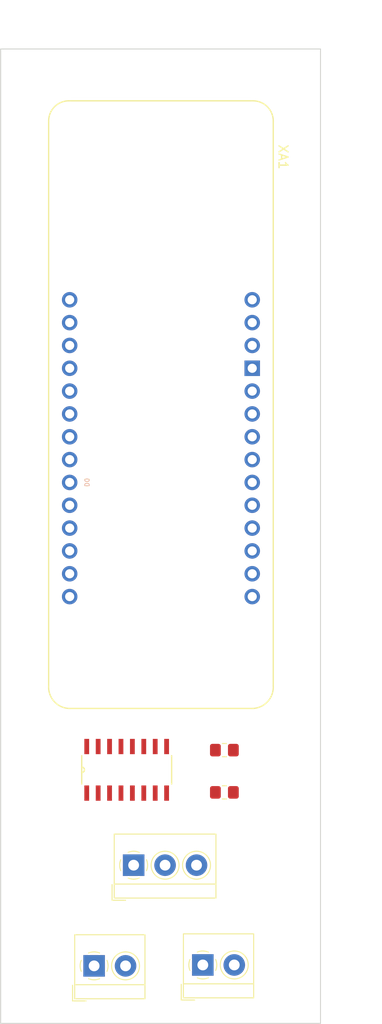
<source format=kicad_pcb>
(kicad_pcb (version 20221018) (generator pcbnew)
  (title_block (title "Turbidity Sensor PCB") (date "2023-06-26") (rev "4") (company "AU/AUD"))
  (layers (0 "F.Cu" signal) (31 "B.Cu" signal) (34 "B.Paste" user) (35 "F.Paste" user) (36 "B.SilkS" user "B.Silkscreen") (37 "F.SilkS" user "F.Silkscreen") (38 "B.Mask" user) (39 "F.Mask" user) (44 "Edge.Cuts" user))
  (net 0 "")
  (net 1 "Net-(J1-Pin_1)")
  (net 2 "Net-(J1-Pin_2)")
  (net 3 "Net-(J2-Pin_1)")
  (net 4 "Net-(J2-Pin_2)")
  (net 5 "/3.3V")
  (net 6 "/GND")
  (net 7 "/LED")
  (net 8 "/SCL")
  (net 9 "/SDA")
  (net 12 "/D6")
  (net 13 "/D7")
  (footprint "TerminalBlock_4Ucon:TerminalBlock_4Ucon_1x03_P3.50mm_Horizontal" (layer "F.Cu") (at 145.3 126.9)
    (fp_text reference "J3" hide)
    (fp_text value "Screw_Terminal_01x03" hide)
    (fp_line (start -2.4 2.16) (end -2.4 3.9) (stroke (width 0.12)) (layer "F.SilkS"))
    (fp_line (start -2.4 3.9) (end -0.9 3.9) (stroke (width 0.12)) (layer "F.SilkS"))
    (fp_line (start -2.16 -3.46) (end -2.16 3.66) (stroke (width 0.12)) (layer "F.SilkS"))
    (fp_line (start -2.16 -3.46) (end 9.16 -3.46) (stroke (width 0.12)) (layer "F.SilkS"))
    (fp_line (start -2.16 2.1) (end 9.16 2.1) (stroke (width 0.12)) (layer "F.SilkS"))
    (fp_line (start -2.16 3.66) (end 9.16 3.66) (stroke (width 0.12)) (layer "F.SilkS"))
    (fp_line (start 9.16 -3.46) (end 9.16 3.66) (stroke (width 0.12)) (layer "F.SilkS"))
    (fp_arc (start -1.432109 0.607742) (mid -1.555727 -0.00014) (end -1.432 -0.608) (stroke (width 0.12)) (layer "F.SilkS"))
    (fp_arc (start -0.607742 -1.432109) (mid 0.00014 -1.555727) (end 0.608 -1.432) (stroke (width 0.12)) (layer "F.SilkS"))
    (fp_arc (start 0.027011 1.555493) (mid -0.296984 1.527118) (end -0.608 1.432) (stroke (width 0.12)) (layer "F.SilkS"))
    (fp_arc (start 0.607587 1.431385) (mid 0.310017 1.523783) (end 0 1.555) (stroke (width 0.12)) (layer "F.SilkS"))
    (fp_arc (start 1.432109 -0.607742) (mid 1.555727 0.00014) (end 1.432 0.608) (stroke (width 0.12)) (layer "F.SilkS"))
    (fp_circle (center 3.5 0) (end 5.055 0) (stroke (width 0.12)) (fill none) (layer "F.SilkS"))
    (fp_circle (center 7 0) (end 8.555 0) (stroke (width 0.12)) (fill none) (layer "F.SilkS"))
    (pad "1" thru_hole rect (at 0 0) (size 2.4 2.4) (drill 1.2) (layers "*.Cu" "*.Mask") (net 5 "/3.3V"))
    (pad "2" thru_hole circle (at 3.5 0) (size 2.4 2.4) (drill 1.2) (layers "*.Cu" "*.Mask") (net 6 "/GND"))
    (pad "3" thru_hole circle (at 7 0) (size 2.4 2.4) (drill 1.2) (layers "*.Cu" "*.Mask") (net 7 "/LED"))
  )
  (footprint "Resistor_SMD:R_0805_2012Metric_Pad1.20x1.40mm_HandSolder" (layer "F.Cu") (at 155.4 118.8)
    (fp_text reference "R1" hide)
    (fp_text value "5.1 kΩ")
    (fp_line (start -0.227064 -0.735) (end 0.227064 -0.735) (stroke (width 0.12)) (layer "F.SilkS"))
    (fp_line (start -0.227064 0.735) (end 0.227064 0.735) (stroke (width 0.12)) (layer "F.SilkS"))
    (pad "1" smd roundrect (at -1 0) (size 1.2 1.4) (layers "F.Cu" "F.Paste" "F.Mask") (roundrect_rratio 0.208333) (net 8 "/SCL"))
    (pad "2" smd roundrect (at 1 0) (size 1.2 1.4) (layers "F.Cu" "F.Paste" "F.Mask") (roundrect_rratio 0.208333) (net 6 "/GND"))
  )
  (footprint "Resistor_SMD:R_0805_2012Metric_Pad1.20x1.40mm_HandSolder" (layer "F.Cu") (at 155.4 114.1)
    (fp_text reference "R2" hide)
    (fp_text value "5.1 kΩ")
    (fp_line (start -0.227064 -0.735) (end 0.227064 -0.735) (stroke (width 0.12)) (layer "F.SilkS"))
    (fp_line (start -0.227064 0.735) (end 0.227064 0.735) (stroke (width 0.12)) (layer "F.SilkS"))
    (pad "1" smd roundrect (at -1 0) (size 1.2 1.4) (layers "F.Cu" "F.Paste" "F.Mask") (roundrect_rratio 0.208333) (net 9 "/SDA"))
    (pad "2" smd roundrect (at 1 0) (size 1.2 1.4) (layers "F.Cu" "F.Paste" "F.Mask") (roundrect_rratio 0.208333) (net 6 "/GND"))
  )
  (footprint "Project:74HC4052D" (layer "F.Cu") (at 144.525 116.2908 90)
    (fp_text reference "U1" hide)
    (fp_text value "74HC4052D")
    (fp_line (start -1.5748 5.0038) (end 1.5748 5.0038) (stroke (width 0.1524)) (layer "F.SilkS"))
    (fp_line (start -0.3048 -5.0038) (end -1.5748 -5.0038) (stroke (width 0.1524)) (layer "F.SilkS"))
    (fp_line (start 0.3048 -5.0038) (end -0.3048 -5.0038) (stroke (width 0.1524)) (layer "F.SilkS"))
    (fp_line (start 1.5748 -5.0038) (end 0.3048 -5.0038) (stroke (width 0.1524)) (layer "F.SilkS"))
    (fp_arc (start 0.3048 -5.0038) (mid 0 -4.699) (end -0.3048 -5.0038) (stroke (width 0.1524)) (layer "F.SilkS"))
    (pad "1" smd rect (at -2.5908 -4.445 90) (size 1.7018 0.5334) (layers "F.Cu" "F.Paste" "F.Mask") (net 1 "Net-(J1-Pin_1)"))
    (pad "2" smd rect (at -2.5908 -3.175 90) (size 1.7018 0.5334) (layers "F.Cu" "F.Paste" "F.Mask"))
    (pad "3" smd rect (at -2.5908 -1.905 90) (size 1.7018 0.5334) (layers "F.Cu" "F.Paste" "F.Mask") (net 8 "/SCL"))
    (pad "4" smd rect (at -2.5908 -0.635 90) (size 1.7018 0.5334) (layers "F.Cu" "F.Paste" "F.Mask"))
    (pad "5" smd rect (at -2.5908 0.635 90) (size 1.7018 0.5334) (layers "F.Cu" "F.Paste" "F.Mask") (net 2 "Net-(J1-Pin_2)"))
    (pad "6" smd rect (at -2.5908 1.905 90) (size 1.7018 0.5334) (layers "F.Cu" "F.Paste" "F.Mask") (net 6 "/GND"))
    (pad "7" smd rect (at -2.5908 3.175 90) (size 1.7018 0.5334) (layers "F.Cu" "F.Paste" "F.Mask") (net 6 "/GND"))
    (pad "8" smd rect (at -2.5908 4.445 90) (size 1.7018 0.5334) (layers "F.Cu" "F.Paste" "F.Mask") (net 6 "/GND"))
    (pad "9" smd rect (at 2.5908 4.445 90) (size 1.7018 0.5334) (layers "F.Cu" "F.Paste" "F.Mask") (net 12 "/D6"))
    (pad "10" smd rect (at 2.5908 3.175 90) (size 1.7018 0.5334) (layers "F.Cu" "F.Paste" "F.Mask") (net 13 "/D7"))
    (pad "11" smd rect (at 2.5908 1.905 90) (size 1.7018 0.5334) (layers "F.Cu" "F.Paste" "F.Mask"))
    (pad "12" smd rect (at 2.5908 0.635 90) (size 1.7018 0.5334) (layers "F.Cu" "F.Paste" "F.Mask") (net 3 "Net-(J2-Pin_1)"))
    (pad "13" smd rect (at 2.5908 -0.635 90) (size 1.7018 0.5334) (layers "F.Cu" "F.Paste" "F.Mask") (net 9 "/SDA"))
    (pad "14" smd rect (at 2.5908 -1.905 90) (size 1.7018 0.5334) (layers "F.Cu" "F.Paste" "F.Mask") (net 4 "Net-(J2-Pin_2)"))
    (pad "15" smd rect (at 2.5908 -3.175 90) (size 1.7018 0.5334) (layers "F.Cu" "F.Paste" "F.Mask"))
    (pad "16" smd rect (at 2.5908 -4.445 90) (size 1.7018 0.5334) (layers "F.Cu" "F.Paste" "F.Mask") (net 5 "/3.3V"))
  )
  (footprint "TerminalBlock_4Ucon:TerminalBlock_4Ucon_1x02_P3.50mm_Horizontal" (layer "F.Cu") (at 140.9 138.1)
    (fp_text reference "J1" hide)
    (fp_text value "Screw_Terminal_01x02" hide)
    (fp_line (start -2.4 2.16) (end -2.4 3.9) (stroke (width 0.12)) (layer "F.SilkS"))
    (fp_line (start -2.4 3.9) (end -0.9 3.9) (stroke (width 0.12)) (layer "F.SilkS"))
    (fp_line (start -2.16 -3.46) (end -2.16 3.66) (stroke (width 0.12)) (layer "F.SilkS"))
    (fp_line (start -2.16 -3.46) (end 5.66 -3.46) (stroke (width 0.12)) (layer "F.SilkS"))
    (fp_line (start -2.16 2.1) (end 5.66 2.1) (stroke (width 0.12)) (layer "F.SilkS"))
    (fp_line (start -2.16 3.66) (end 5.66 3.66) (stroke (width 0.12)) (layer "F.SilkS"))
    (fp_line (start 5.66 -3.46) (end 5.66 3.66) (stroke (width 0.12)) (layer "F.SilkS"))
    (fp_arc (start -1.432109 0.607742) (mid -1.555727 -0.00014) (end -1.432 -0.608) (stroke (width 0.12)) (layer "F.SilkS"))
    (fp_arc (start -0.607742 -1.432109) (mid 0.00014 -1.555727) (end 0.608 -1.432) (stroke (width 0.12)) (layer "F.SilkS"))
    (fp_arc (start 0.027011 1.555493) (mid -0.296984 1.527118) (end -0.608 1.432) (stroke (width 0.12)) (layer "F.SilkS"))
    (fp_arc (start 0.607587 1.431385) (mid 0.310017 1.523783) (end 0 1.555) (stroke (width 0.12)) (layer "F.SilkS"))
    (fp_arc (start 1.432109 -0.607742) (mid 1.555727 0.00014) (end 1.432 0.608) (stroke (width 0.12)) (layer "F.SilkS"))
    (fp_circle (center 3.5 0) (end 5.055 0) (stroke (width 0.12)) (fill none) (layer "F.SilkS"))
    (pad "1" thru_hole rect (at 0 0) (size 2.4 2.4) (drill 1.2) (layers "*.Cu" "*.Mask") (net 1 "Net-(J1-Pin_1)"))
    (pad "2" thru_hole circle (at 3.5 0) (size 2.4 2.4) (drill 1.2) (layers "*.Cu" "*.Mask") (net 2 "Net-(J1-Pin_2)"))
  )
  (footprint "TerminalBlock_4Ucon:TerminalBlock_4Ucon_1x02_P3.50mm_Horizontal" (layer "F.Cu") (at 153 138)
    (fp_text reference "J2" hide)
    (fp_text value "Screw_Terminal_01x02" hide)
    (fp_line (start -2.4 2.16) (end -2.4 3.9) (stroke (width 0.12)) (layer "F.SilkS"))
    (fp_line (start -2.4 3.9) (end -0.9 3.9) (stroke (width 0.12)) (layer "F.SilkS"))
    (fp_line (start -2.16 -3.46) (end -2.16 3.66) (stroke (width 0.12)) (layer "F.SilkS"))
    (fp_line (start -2.16 -3.46) (end 5.66 -3.46) (stroke (width 0.12)) (layer "F.SilkS"))
    (fp_line (start -2.16 2.1) (end 5.66 2.1) (stroke (width 0.12)) (layer "F.SilkS"))
    (fp_line (start -2.16 3.66) (end 5.66 3.66) (stroke (width 0.12)) (layer "F.SilkS"))
    (fp_line (start 5.66 -3.46) (end 5.66 3.66) (stroke (width 0.12)) (layer "F.SilkS"))
    (fp_arc (start -1.432109 0.607742) (mid -1.555727 -0.00014) (end -1.432 -0.608) (stroke (width 0.12)) (layer "F.SilkS"))
    (fp_arc (start -0.607742 -1.432109) (mid 0.00014 -1.555727) (end 0.608 -1.432) (stroke (width 0.12)) (layer "F.SilkS"))
    (fp_arc (start 0.027011 1.555493) (mid -0.296984 1.527118) (end -0.608 1.432) (stroke (width 0.12)) (layer "F.SilkS"))
    (fp_arc (start 0.607587 1.431385) (mid 0.310017 1.523783) (end 0 1.555) (stroke (width 0.12)) (layer "F.SilkS"))
    (fp_arc (start 1.432109 -0.607742) (mid 1.555727 0.00014) (end 1.432 0.608) (stroke (width 0.12)) (layer "F.SilkS"))
    (fp_circle (center 3.5 0) (end 5.055 0) (stroke (width 0.12)) (fill none) (layer "F.SilkS"))
    (pad "1" thru_hole rect (at 0 0) (size 2.4 2.4) (drill 1.2) (layers "*.Cu" "*.Mask") (net 3 "Net-(J2-Pin_1)"))
    (pad "2" thru_hole circle (at 3.5 0) (size 2.4 2.4) (drill 1.2) (layers "*.Cu" "*.Mask") (net 4 "Net-(J2-Pin_2)"))
  )
  (footprint "PCM_arduino-library:Arduino_MKR_FOX_1200_Socket" (layer "F.Cu") (at 158.59 44.1152 -90)
    (fp_text reference "XA1" (at 4 -3.35 -90 unlocked) (layer "F.SilkS"))
    (fp_text value "Arduino_MKR_WAN_1310_Socket")
    (fp_text user "D0" (at 40.2048 18.505 -90 unlocked) (layer "B.SilkS") (effects (font (size 0.5 0.5) (thickness 0.075)) (justify mirror)))
    (fp_text user "D0" (at 40.2048 18.505 -90 unlocked) (layer "F.SilkS") (effects (font (size 0.5 0.5) (thickness 0.075))))
    (fp_line (start -2.25 20.5) (end -2.25 0) (stroke (width 0.15)) (layer "F.SilkS"))
    (fp_line (start 0 -2.25) (end 62.846 -2.25) (stroke (width 0.15)) (layer "F.SilkS"))
    (fp_line (start 0 22.75) (end 62.846 22.75) (stroke (width 0.15)) (layer "F.SilkS"))
    (fp_line (start 65.35 20.5) (end 65.35 0) (stroke (width 0.15)) (layer "F.SilkS"))
    (fp_arc (start -2.25 0) (mid -1.59099 -1.59099) (end 0 -2.25) (stroke (width 0.15)) (layer "F.SilkS"))
    (fp_arc (start 0 22.75) (mid -1.59099 22.09099) (end -2.25 20.5) (stroke (width 0.15)) (layer "F.SilkS"))
    (fp_arc (start 62.846 -2.25) (mid 64.56399 -1.643595) (end 65.35 0) (stroke (width 0.15)) (layer "F.SilkS"))
    (fp_arc (start 65.35 20.5) (mid 64.56399 22.143595) (end 62.846 22.75) (stroke (width 0.15)) (layer "F.SilkS"))
    (pad "" np_thru_hole circle (at 0 0 270) (size 2.2 2.2) (drill 2.2) (layers "F&B.Cu" "*.Mask"))
    (pad "" np_thru_hole circle (at 0 20.5 270) (size 2.2 2.2) (drill 2.2) (layers "F&B.Cu" "*.Mask"))
    (pad "" np_thru_hole circle (at 57 0 270) (size 2.2 2.2) (drill 2.2) (layers "F&B.Cu" "*.Mask"))
    (pad "" np_thru_hole circle (at 57 20.5 270) (size 2.2 2.2) (drill 2.2) (layers "F&B.Cu" "*.Mask"))
    (pad "3V3" thru_hole circle (at 24.9648 0.09 270) (size 1.7272 1.7272) (drill 1.016) (layers "*.Cu" "*.Mask") (net 5 "/3.3V"))
    (pad "5V" thru_hole circle (at 19.8848 0.09 270) (size 1.7272 1.7272) (drill 1.016) (layers "*.Cu" "*.Mask"))
    (pad "A0" thru_hole circle (at 22.4248 20.41 270) (size 1.7272 1.7272) (drill 1.016) (layers "*.Cu" "*.Mask"))
    (pad "A1" thru_hole circle (at 24.9648 20.41 270) (size 1.7272 1.7272) (drill 1.016) (layers "*.Cu" "*.Mask"))
    (pad "A2" thru_hole circle (at 27.5048 20.41 270) (size 1.7272 1.7272) (drill 1.016) (layers "*.Cu" "*.Mask"))
    (pad "A3" thru_hole circle (at 30.0448 20.41 270) (size 1.7272 1.7272) (drill 1.016) (layers "*.Cu" "*.Mask"))
    (pad "A4" thru_hole circle (at 32.5848 20.41 270) (size 1.7272 1.7272) (drill 1.016) (layers "*.Cu" "*.Mask"))
    (pad "A5" thru_hole circle (at 35.1248 20.41 270) (size 1.7272 1.7272) (drill 1.016) (layers "*.Cu" "*.Mask"))
    (pad "A6" thru_hole circle (at 37.6648 20.41 270) (size 1.7272 1.7272) (drill 1.016) (layers "*.Cu" "*.Mask"))
    (pad "AREF" thru_hole circle (at 19.8848 20.41 270) (size 1.7272 1.7272) (drill 1.016) (layers "*.Cu" "*.Mask"))
    (pad "D0" thru_hole circle (at 40.2048 20.41 270) (size 1.7272 1.7272) (drill 1.016) (layers "*.Cu" "*.Mask"))
    (pad "D1" thru_hole circle (at 42.7448 20.41 270) (size 1.7272 1.7272) (drill 1.016) (layers "*.Cu" "*.Mask"))
    (pad "D2" thru_hole circle (at 45.2848 20.41 270) (size 1.7272 1.7272) (drill 1.016) (layers "*.Cu" "*.Mask"))
    (pad "D3" thru_hole circle (at 47.8248 20.41 270) (size 1.7272 1.7272) (drill 1.016) (layers "*.Cu" "*.Mask"))
    (pad "D4" thru_hole circle (at 50.3648 20.41 270) (size 1.7272 1.7272) (drill 1.016) (layers "*.Cu" "*.Mask"))
    (pad "D5" thru_hole circle (at 52.9048 20.41 270) (size 1.7272 1.7272) (drill 1.016) (layers "*.Cu" "*.Mask"))
    (pad "D6" thru_hole circle (at 52.9048 0.09 270) (size 1.7272 1.7272) (drill 1.016) (layers "*.Cu" "*.Mask") (net 12 "/D6"))
    (pad "D7" thru_hole circle (at 50.3648 0.09 270) (size 1.7272 1.7272) (drill 1.016) (layers "*.Cu" "*.Mask") (net 13 "/D7"))
    (pad "D8" thru_hole circle (at 47.8248 0.09 270) (size 1.7272 1.7272) (drill 1.016) (layers "*.Cu" "*.Mask"))
    (pad "D9" thru_hole circle (at 45.2848 0.09 270) (size 1.7272 1.7272) (drill 1.016) (layers "*.Cu" "*.Mask") (net 7 "/LED"))
    (pad "D10" thru_hole circle (at 42.7448 0.09 270) (size 1.7272 1.7272) (drill 1.016) (layers "*.Cu" "*.Mask"))
    (pad "D11" thru_hole circle (at 40.2048 0.09 270) (size 1.7272 1.7272) (drill 1.016) (layers "*.Cu" "*.Mask") (net 9 "/SDA"))
    (pad "D12" thru_hole circle (at 37.6648 0.09 270) (size 1.7272 1.7272) (drill 1.016) (layers "*.Cu" "*.Mask") (net 8 "/SCL"))
    (pad "D13" thru_hole circle (at 35.1248 0.09 270) (size 1.7272 1.7272) (drill 1.016) (layers "*.Cu" "*.Mask"))
    (pad "D14" thru_hole circle (at 32.5848 0.09 270) (size 1.7272 1.7272) (drill 1.016) (layers "*.Cu" "*.Mask"))
    (pad "GND" thru_hole rect (at 27.5048 0.09 270) (size 1.7272 1.7272) (drill 1.016) (layers "*.Cu" "*.Mask") (net 6 "/GND"))
    (pad "RST" thru_hole circle (at 30.0448 0.09 270) (size 1.7272 1.7272) (drill 1.016) (layers "*.Cu" "*.Mask"))
    (pad "VIN" thru_hole circle (at 22.4248 0.09 270) (size 1.7272 1.7272) (drill 1.016) (layers "*.Cu" "*.Mask"))
  )
  (gr_line (start 166.1 36.1) (end 166.1 144.5) (stroke (width 0.1)) (layer "Edge.Cuts"))
  (gr_line (start 130.5 144.5) (end 130.5 36.1) (stroke (width 0.1)) (layer "Edge.Cuts"))
  (gr_line (start 130.5 36.1) (end 166.1 36.1) (stroke (width 0.1)) (layer "Edge.Cuts"))
  (gr_line (start 166.1 144.5) (end 130.5 144.5) (stroke (width 0.1)) (layer "Edge.Cuts"))
)
</source>
